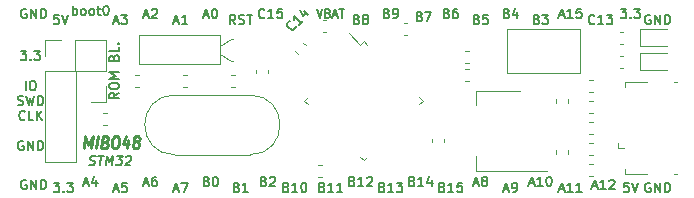
<source format=gto>
G04 #@! TF.GenerationSoftware,KiCad,Pcbnew,(5.0.0)*
G04 #@! TF.CreationDate,2018-10-21T19:09:07+02:00*
G04 #@! TF.ProjectId,mibo48_stm32,6D69626F34385F73746D33322E6B6963,rev?*
G04 #@! TF.SameCoordinates,PX7a53eb0PY5ad6650*
G04 #@! TF.FileFunction,Legend,Top*
G04 #@! TF.FilePolarity,Positive*
%FSLAX46Y46*%
G04 Gerber Fmt 4.6, Leading zero omitted, Abs format (unit mm)*
G04 Created by KiCad (PCBNEW (5.0.0)) date 10/21/18 19:09:07*
%MOMM*%
%LPD*%
G01*
G04 APERTURE LIST*
%ADD10C,0.200000*%
%ADD11C,0.225000*%
%ADD12C,0.175000*%
%ADD13C,0.120000*%
G04 APERTURE END LIST*
D10*
X6230392Y-15563809D02*
X6339916Y-15601904D01*
X6530392Y-15601904D01*
X6611345Y-15563809D01*
X6654202Y-15525714D01*
X6701821Y-15449523D01*
X6711345Y-15373333D01*
X6682773Y-15297142D01*
X6649440Y-15259047D01*
X6578011Y-15220952D01*
X6430392Y-15182857D01*
X6358964Y-15144761D01*
X6325630Y-15106666D01*
X6297059Y-15030476D01*
X6306583Y-14954285D01*
X6354202Y-14878095D01*
X6397059Y-14840000D01*
X6478011Y-14801904D01*
X6668488Y-14801904D01*
X6778011Y-14840000D01*
X7011345Y-14801904D02*
X7468488Y-14801904D01*
X7139916Y-15601904D02*
X7239916Y-14801904D01*
X7635154Y-15601904D02*
X7735154Y-14801904D01*
X7930392Y-15373333D01*
X8268488Y-14801904D01*
X8168488Y-15601904D01*
X8573250Y-14801904D02*
X9068488Y-14801904D01*
X8763726Y-15106666D01*
X8878011Y-15106666D01*
X8949440Y-15144761D01*
X8982773Y-15182857D01*
X9011345Y-15259047D01*
X8987535Y-15449523D01*
X8939916Y-15525714D01*
X8897059Y-15563809D01*
X8816107Y-15601904D01*
X8587535Y-15601904D01*
X8516107Y-15563809D01*
X8482773Y-15525714D01*
X9363726Y-14878095D02*
X9406583Y-14840000D01*
X9487535Y-14801904D01*
X9678011Y-14801904D01*
X9749440Y-14840000D01*
X9782773Y-14878095D01*
X9811345Y-14954285D01*
X9801821Y-15030476D01*
X9749440Y-15144761D01*
X9235154Y-15601904D01*
X9730392Y-15601904D01*
D11*
X5792563Y-14168380D02*
X5917563Y-13168380D01*
X6128278Y-13882666D01*
X6517563Y-13168380D01*
X6392563Y-14168380D01*
X6821135Y-14168380D02*
X6946135Y-13168380D01*
X7615183Y-13644571D02*
X7737802Y-13692190D01*
X7774706Y-13739809D01*
X7805659Y-13835047D01*
X7787802Y-13977904D01*
X7733040Y-14073142D01*
X7684230Y-14120761D01*
X7592563Y-14168380D01*
X7249706Y-14168380D01*
X7374706Y-13168380D01*
X7674706Y-13168380D01*
X7754468Y-13216000D01*
X7791373Y-13263619D01*
X7822325Y-13358857D01*
X7810421Y-13454095D01*
X7755659Y-13549333D01*
X7706849Y-13596952D01*
X7615183Y-13644571D01*
X7315183Y-13644571D01*
X8446135Y-13168380D02*
X8617563Y-13168380D01*
X8697325Y-13216000D01*
X8771135Y-13311238D01*
X8790183Y-13501714D01*
X8748516Y-13835047D01*
X8681849Y-14025523D01*
X8584230Y-14120761D01*
X8492563Y-14168380D01*
X8321135Y-14168380D01*
X8241373Y-14120761D01*
X8167563Y-14025523D01*
X8148516Y-13835047D01*
X8190183Y-13501714D01*
X8256849Y-13311238D01*
X8354468Y-13216000D01*
X8446135Y-13168380D01*
X9561611Y-13501714D02*
X9478278Y-14168380D01*
X9394944Y-13120761D02*
X9091373Y-13835047D01*
X9648516Y-13835047D01*
X10149706Y-13596952D02*
X10069944Y-13549333D01*
X10033040Y-13501714D01*
X10002087Y-13406476D01*
X10008040Y-13358857D01*
X10062802Y-13263619D01*
X10111611Y-13216000D01*
X10203278Y-13168380D01*
X10374706Y-13168380D01*
X10454468Y-13216000D01*
X10491373Y-13263619D01*
X10522325Y-13358857D01*
X10516373Y-13406476D01*
X10461611Y-13501714D01*
X10412802Y-13549333D01*
X10321135Y-13596952D01*
X10149706Y-13596952D01*
X10058040Y-13644571D01*
X10009230Y-13692190D01*
X9954468Y-13787428D01*
X9930659Y-13977904D01*
X9961611Y-14073142D01*
X9998516Y-14120761D01*
X10078278Y-14168380D01*
X10249706Y-14168380D01*
X10341373Y-14120761D01*
X10390183Y-14073142D01*
X10444944Y-13977904D01*
X10468754Y-13787428D01*
X10437802Y-13692190D01*
X10400897Y-13644571D01*
X10321135Y-13596952D01*
D10*
X184285Y-10483809D02*
X298571Y-10521904D01*
X489047Y-10521904D01*
X565238Y-10483809D01*
X603333Y-10445714D01*
X641428Y-10369523D01*
X641428Y-10293333D01*
X603333Y-10217142D01*
X565238Y-10179047D01*
X489047Y-10140952D01*
X336666Y-10102857D01*
X260476Y-10064761D01*
X222380Y-10026666D01*
X184285Y-9950476D01*
X184285Y-9874285D01*
X222380Y-9798095D01*
X260476Y-9760000D01*
X336666Y-9721904D01*
X527142Y-9721904D01*
X641428Y-9760000D01*
X908095Y-9721904D02*
X1098571Y-10521904D01*
X1250952Y-9950476D01*
X1403333Y-10521904D01*
X1593809Y-9721904D01*
X1898571Y-10521904D02*
X1898571Y-9721904D01*
X2089047Y-9721904D01*
X2203333Y-9760000D01*
X2279523Y-9836190D01*
X2317619Y-9912380D01*
X2355714Y-10064761D01*
X2355714Y-10179047D01*
X2317619Y-10331428D01*
X2279523Y-10407619D01*
X2203333Y-10483809D01*
X2089047Y-10521904D01*
X1898571Y-10521904D01*
X850952Y-9251904D02*
X850952Y-8451904D01*
X1384285Y-8451904D02*
X1536666Y-8451904D01*
X1612857Y-8490000D01*
X1689047Y-8566190D01*
X1727142Y-8718571D01*
X1727142Y-8985238D01*
X1689047Y-9137619D01*
X1612857Y-9213809D01*
X1536666Y-9251904D01*
X1384285Y-9251904D01*
X1308095Y-9213809D01*
X1231904Y-9137619D01*
X1193809Y-8985238D01*
X1193809Y-8718571D01*
X1231904Y-8566190D01*
X1308095Y-8490000D01*
X1384285Y-8451904D01*
X793809Y-11715714D02*
X755714Y-11753809D01*
X641428Y-11791904D01*
X565238Y-11791904D01*
X450952Y-11753809D01*
X374761Y-11677619D01*
X336666Y-11601428D01*
X298571Y-11449047D01*
X298571Y-11334761D01*
X336666Y-11182380D01*
X374761Y-11106190D01*
X450952Y-11030000D01*
X565238Y-10991904D01*
X641428Y-10991904D01*
X755714Y-11030000D01*
X793809Y-11068095D01*
X1517619Y-11791904D02*
X1136666Y-11791904D01*
X1136666Y-10991904D01*
X1784285Y-11791904D02*
X1784285Y-10991904D01*
X2241428Y-11791904D02*
X1898571Y-11334761D01*
X2241428Y-10991904D02*
X1784285Y-11449047D01*
X660476Y-13570000D02*
X584285Y-13531904D01*
X470000Y-13531904D01*
X355714Y-13570000D01*
X279523Y-13646190D01*
X241428Y-13722380D01*
X203333Y-13874761D01*
X203333Y-13989047D01*
X241428Y-14141428D01*
X279523Y-14217619D01*
X355714Y-14293809D01*
X470000Y-14331904D01*
X546190Y-14331904D01*
X660476Y-14293809D01*
X698571Y-14255714D01*
X698571Y-13989047D01*
X546190Y-13989047D01*
X1041428Y-14331904D02*
X1041428Y-13531904D01*
X1498571Y-14331904D01*
X1498571Y-13531904D01*
X1879523Y-14331904D02*
X1879523Y-13531904D01*
X2070000Y-13531904D01*
X2184285Y-13570000D01*
X2260476Y-13646190D01*
X2298571Y-13722380D01*
X2336666Y-13874761D01*
X2336666Y-13989047D01*
X2298571Y-14141428D01*
X2260476Y-14217619D01*
X2184285Y-14293809D01*
X2070000Y-14331904D01*
X1879523Y-14331904D01*
X431904Y-5911904D02*
X927142Y-5911904D01*
X660476Y-6216666D01*
X774761Y-6216666D01*
X850952Y-6254761D01*
X889047Y-6292857D01*
X927142Y-6369047D01*
X927142Y-6559523D01*
X889047Y-6635714D01*
X850952Y-6673809D01*
X774761Y-6711904D01*
X546190Y-6711904D01*
X470000Y-6673809D01*
X431904Y-6635714D01*
X1270000Y-6635714D02*
X1308095Y-6673809D01*
X1270000Y-6711904D01*
X1231904Y-6673809D01*
X1270000Y-6635714D01*
X1270000Y-6711904D01*
X1574761Y-5911904D02*
X2070000Y-5911904D01*
X1803333Y-6216666D01*
X1917619Y-6216666D01*
X1993809Y-6254761D01*
X2031904Y-6292857D01*
X2070000Y-6369047D01*
X2070000Y-6559523D01*
X2031904Y-6635714D01*
X1993809Y-6673809D01*
X1917619Y-6711904D01*
X1689047Y-6711904D01*
X1612857Y-6673809D01*
X1574761Y-6635714D01*
X8743904Y-9467619D02*
X8362952Y-9734285D01*
X8743904Y-9924761D02*
X7943904Y-9924761D01*
X7943904Y-9620000D01*
X7982000Y-9543809D01*
X8020095Y-9505714D01*
X8096285Y-9467619D01*
X8210571Y-9467619D01*
X8286761Y-9505714D01*
X8324857Y-9543809D01*
X8362952Y-9620000D01*
X8362952Y-9924761D01*
X7943904Y-8972380D02*
X7943904Y-8820000D01*
X7982000Y-8743809D01*
X8058190Y-8667619D01*
X8210571Y-8629523D01*
X8477238Y-8629523D01*
X8629619Y-8667619D01*
X8705809Y-8743809D01*
X8743904Y-8820000D01*
X8743904Y-8972380D01*
X8705809Y-9048571D01*
X8629619Y-9124761D01*
X8477238Y-9162857D01*
X8210571Y-9162857D01*
X8058190Y-9124761D01*
X7982000Y-9048571D01*
X7943904Y-8972380D01*
X8743904Y-8286666D02*
X7943904Y-8286666D01*
X8515333Y-8020000D01*
X7943904Y-7753333D01*
X8743904Y-7753333D01*
X8324857Y-6496190D02*
X8362952Y-6381904D01*
X8401047Y-6343809D01*
X8477238Y-6305714D01*
X8591523Y-6305714D01*
X8667714Y-6343809D01*
X8705809Y-6381904D01*
X8743904Y-6458095D01*
X8743904Y-6762857D01*
X7943904Y-6762857D01*
X7943904Y-6496190D01*
X7982000Y-6420000D01*
X8020095Y-6381904D01*
X8096285Y-6343809D01*
X8172476Y-6343809D01*
X8248666Y-6381904D01*
X8286761Y-6420000D01*
X8324857Y-6496190D01*
X8324857Y-6762857D01*
X8743904Y-5581904D02*
X8743904Y-5962857D01*
X7943904Y-5962857D01*
X8667714Y-5315238D02*
X8705809Y-5277142D01*
X8743904Y-5315238D01*
X8705809Y-5353333D01*
X8667714Y-5315238D01*
X8743904Y-5315238D01*
X51917619Y-17087904D02*
X51536666Y-17087904D01*
X51498571Y-17468857D01*
X51536666Y-17430761D01*
X51612857Y-17392666D01*
X51803333Y-17392666D01*
X51879523Y-17430761D01*
X51917619Y-17468857D01*
X51955714Y-17545047D01*
X51955714Y-17735523D01*
X51917619Y-17811714D01*
X51879523Y-17849809D01*
X51803333Y-17887904D01*
X51612857Y-17887904D01*
X51536666Y-17849809D01*
X51498571Y-17811714D01*
X52184285Y-17087904D02*
X52450952Y-17887904D01*
X52717619Y-17087904D01*
X48831619Y-17405333D02*
X49212571Y-17405333D01*
X48755428Y-17633904D02*
X49022095Y-16833904D01*
X49288761Y-17633904D01*
X49974476Y-17633904D02*
X49517333Y-17633904D01*
X49745904Y-17633904D02*
X49745904Y-16833904D01*
X49669714Y-16948190D01*
X49593523Y-17024380D01*
X49517333Y-17062476D01*
X50279238Y-16910095D02*
X50317333Y-16872000D01*
X50393523Y-16833904D01*
X50584000Y-16833904D01*
X50660190Y-16872000D01*
X50698285Y-16910095D01*
X50736380Y-16986285D01*
X50736380Y-17062476D01*
X50698285Y-17176761D01*
X50241142Y-17633904D01*
X50736380Y-17633904D01*
X46037619Y-17659333D02*
X46418571Y-17659333D01*
X45961428Y-17887904D02*
X46228095Y-17087904D01*
X46494761Y-17887904D01*
X47180476Y-17887904D02*
X46723333Y-17887904D01*
X46951904Y-17887904D02*
X46951904Y-17087904D01*
X46875714Y-17202190D01*
X46799523Y-17278380D01*
X46723333Y-17316476D01*
X47942380Y-17887904D02*
X47485238Y-17887904D01*
X47713809Y-17887904D02*
X47713809Y-17087904D01*
X47637619Y-17202190D01*
X47561428Y-17278380D01*
X47485238Y-17316476D01*
X43497619Y-17151333D02*
X43878571Y-17151333D01*
X43421428Y-17379904D02*
X43688095Y-16579904D01*
X43954761Y-17379904D01*
X44640476Y-17379904D02*
X44183333Y-17379904D01*
X44411904Y-17379904D02*
X44411904Y-16579904D01*
X44335714Y-16694190D01*
X44259523Y-16770380D01*
X44183333Y-16808476D01*
X45135714Y-16579904D02*
X45211904Y-16579904D01*
X45288095Y-16618000D01*
X45326190Y-16656095D01*
X45364285Y-16732285D01*
X45402380Y-16884666D01*
X45402380Y-17075142D01*
X45364285Y-17227523D01*
X45326190Y-17303714D01*
X45288095Y-17341809D01*
X45211904Y-17379904D01*
X45135714Y-17379904D01*
X45059523Y-17341809D01*
X45021428Y-17303714D01*
X44983333Y-17227523D01*
X44945238Y-17075142D01*
X44945238Y-16884666D01*
X44983333Y-16732285D01*
X45021428Y-16656095D01*
X45059523Y-16618000D01*
X45135714Y-16579904D01*
X41338571Y-17659333D02*
X41719523Y-17659333D01*
X41262380Y-17887904D02*
X41529047Y-17087904D01*
X41795714Y-17887904D01*
X42100476Y-17887904D02*
X42252857Y-17887904D01*
X42329047Y-17849809D01*
X42367142Y-17811714D01*
X42443333Y-17697428D01*
X42481428Y-17545047D01*
X42481428Y-17240285D01*
X42443333Y-17164095D01*
X42405238Y-17126000D01*
X42329047Y-17087904D01*
X42176666Y-17087904D01*
X42100476Y-17126000D01*
X42062380Y-17164095D01*
X42024285Y-17240285D01*
X42024285Y-17430761D01*
X42062380Y-17506952D01*
X42100476Y-17545047D01*
X42176666Y-17583142D01*
X42329047Y-17583142D01*
X42405238Y-17545047D01*
X42443333Y-17506952D01*
X42481428Y-17430761D01*
X38798571Y-17151333D02*
X39179523Y-17151333D01*
X38722380Y-17379904D02*
X38989047Y-16579904D01*
X39255714Y-17379904D01*
X39636666Y-16922761D02*
X39560476Y-16884666D01*
X39522380Y-16846571D01*
X39484285Y-16770380D01*
X39484285Y-16732285D01*
X39522380Y-16656095D01*
X39560476Y-16618000D01*
X39636666Y-16579904D01*
X39789047Y-16579904D01*
X39865238Y-16618000D01*
X39903333Y-16656095D01*
X39941428Y-16732285D01*
X39941428Y-16770380D01*
X39903333Y-16846571D01*
X39865238Y-16884666D01*
X39789047Y-16922761D01*
X39636666Y-16922761D01*
X39560476Y-16960857D01*
X39522380Y-16998952D01*
X39484285Y-17075142D01*
X39484285Y-17227523D01*
X39522380Y-17303714D01*
X39560476Y-17341809D01*
X39636666Y-17379904D01*
X39789047Y-17379904D01*
X39865238Y-17341809D01*
X39903333Y-17303714D01*
X39941428Y-17227523D01*
X39941428Y-17075142D01*
X39903333Y-16998952D01*
X39865238Y-16960857D01*
X39789047Y-16922761D01*
X36125238Y-17468857D02*
X36239523Y-17506952D01*
X36277619Y-17545047D01*
X36315714Y-17621238D01*
X36315714Y-17735523D01*
X36277619Y-17811714D01*
X36239523Y-17849809D01*
X36163333Y-17887904D01*
X35858571Y-17887904D01*
X35858571Y-17087904D01*
X36125238Y-17087904D01*
X36201428Y-17126000D01*
X36239523Y-17164095D01*
X36277619Y-17240285D01*
X36277619Y-17316476D01*
X36239523Y-17392666D01*
X36201428Y-17430761D01*
X36125238Y-17468857D01*
X35858571Y-17468857D01*
X37077619Y-17887904D02*
X36620476Y-17887904D01*
X36849047Y-17887904D02*
X36849047Y-17087904D01*
X36772857Y-17202190D01*
X36696666Y-17278380D01*
X36620476Y-17316476D01*
X37801428Y-17087904D02*
X37420476Y-17087904D01*
X37382380Y-17468857D01*
X37420476Y-17430761D01*
X37496666Y-17392666D01*
X37687142Y-17392666D01*
X37763333Y-17430761D01*
X37801428Y-17468857D01*
X37839523Y-17545047D01*
X37839523Y-17735523D01*
X37801428Y-17811714D01*
X37763333Y-17849809D01*
X37687142Y-17887904D01*
X37496666Y-17887904D01*
X37420476Y-17849809D01*
X37382380Y-17811714D01*
X33585238Y-16960857D02*
X33699523Y-16998952D01*
X33737619Y-17037047D01*
X33775714Y-17113238D01*
X33775714Y-17227523D01*
X33737619Y-17303714D01*
X33699523Y-17341809D01*
X33623333Y-17379904D01*
X33318571Y-17379904D01*
X33318571Y-16579904D01*
X33585238Y-16579904D01*
X33661428Y-16618000D01*
X33699523Y-16656095D01*
X33737619Y-16732285D01*
X33737619Y-16808476D01*
X33699523Y-16884666D01*
X33661428Y-16922761D01*
X33585238Y-16960857D01*
X33318571Y-16960857D01*
X34537619Y-17379904D02*
X34080476Y-17379904D01*
X34309047Y-17379904D02*
X34309047Y-16579904D01*
X34232857Y-16694190D01*
X34156666Y-16770380D01*
X34080476Y-16808476D01*
X35223333Y-16846571D02*
X35223333Y-17379904D01*
X35032857Y-16541809D02*
X34842380Y-17113238D01*
X35337619Y-17113238D01*
X31045238Y-17468857D02*
X31159523Y-17506952D01*
X31197619Y-17545047D01*
X31235714Y-17621238D01*
X31235714Y-17735523D01*
X31197619Y-17811714D01*
X31159523Y-17849809D01*
X31083333Y-17887904D01*
X30778571Y-17887904D01*
X30778571Y-17087904D01*
X31045238Y-17087904D01*
X31121428Y-17126000D01*
X31159523Y-17164095D01*
X31197619Y-17240285D01*
X31197619Y-17316476D01*
X31159523Y-17392666D01*
X31121428Y-17430761D01*
X31045238Y-17468857D01*
X30778571Y-17468857D01*
X31997619Y-17887904D02*
X31540476Y-17887904D01*
X31769047Y-17887904D02*
X31769047Y-17087904D01*
X31692857Y-17202190D01*
X31616666Y-17278380D01*
X31540476Y-17316476D01*
X32264285Y-17087904D02*
X32759523Y-17087904D01*
X32492857Y-17392666D01*
X32607142Y-17392666D01*
X32683333Y-17430761D01*
X32721428Y-17468857D01*
X32759523Y-17545047D01*
X32759523Y-17735523D01*
X32721428Y-17811714D01*
X32683333Y-17849809D01*
X32607142Y-17887904D01*
X32378571Y-17887904D01*
X32302380Y-17849809D01*
X32264285Y-17811714D01*
X28505238Y-16960857D02*
X28619523Y-16998952D01*
X28657619Y-17037047D01*
X28695714Y-17113238D01*
X28695714Y-17227523D01*
X28657619Y-17303714D01*
X28619523Y-17341809D01*
X28543333Y-17379904D01*
X28238571Y-17379904D01*
X28238571Y-16579904D01*
X28505238Y-16579904D01*
X28581428Y-16618000D01*
X28619523Y-16656095D01*
X28657619Y-16732285D01*
X28657619Y-16808476D01*
X28619523Y-16884666D01*
X28581428Y-16922761D01*
X28505238Y-16960857D01*
X28238571Y-16960857D01*
X29457619Y-17379904D02*
X29000476Y-17379904D01*
X29229047Y-17379904D02*
X29229047Y-16579904D01*
X29152857Y-16694190D01*
X29076666Y-16770380D01*
X29000476Y-16808476D01*
X29762380Y-16656095D02*
X29800476Y-16618000D01*
X29876666Y-16579904D01*
X30067142Y-16579904D01*
X30143333Y-16618000D01*
X30181428Y-16656095D01*
X30219523Y-16732285D01*
X30219523Y-16808476D01*
X30181428Y-16922761D01*
X29724285Y-17379904D01*
X30219523Y-17379904D01*
X25965238Y-17468857D02*
X26079523Y-17506952D01*
X26117619Y-17545047D01*
X26155714Y-17621238D01*
X26155714Y-17735523D01*
X26117619Y-17811714D01*
X26079523Y-17849809D01*
X26003333Y-17887904D01*
X25698571Y-17887904D01*
X25698571Y-17087904D01*
X25965238Y-17087904D01*
X26041428Y-17126000D01*
X26079523Y-17164095D01*
X26117619Y-17240285D01*
X26117619Y-17316476D01*
X26079523Y-17392666D01*
X26041428Y-17430761D01*
X25965238Y-17468857D01*
X25698571Y-17468857D01*
X26917619Y-17887904D02*
X26460476Y-17887904D01*
X26689047Y-17887904D02*
X26689047Y-17087904D01*
X26612857Y-17202190D01*
X26536666Y-17278380D01*
X26460476Y-17316476D01*
X27679523Y-17887904D02*
X27222380Y-17887904D01*
X27450952Y-17887904D02*
X27450952Y-17087904D01*
X27374761Y-17202190D01*
X27298571Y-17278380D01*
X27222380Y-17316476D01*
X22917238Y-17468857D02*
X23031523Y-17506952D01*
X23069619Y-17545047D01*
X23107714Y-17621238D01*
X23107714Y-17735523D01*
X23069619Y-17811714D01*
X23031523Y-17849809D01*
X22955333Y-17887904D01*
X22650571Y-17887904D01*
X22650571Y-17087904D01*
X22917238Y-17087904D01*
X22993428Y-17126000D01*
X23031523Y-17164095D01*
X23069619Y-17240285D01*
X23069619Y-17316476D01*
X23031523Y-17392666D01*
X22993428Y-17430761D01*
X22917238Y-17468857D01*
X22650571Y-17468857D01*
X23869619Y-17887904D02*
X23412476Y-17887904D01*
X23641047Y-17887904D02*
X23641047Y-17087904D01*
X23564857Y-17202190D01*
X23488666Y-17278380D01*
X23412476Y-17316476D01*
X24364857Y-17087904D02*
X24441047Y-17087904D01*
X24517238Y-17126000D01*
X24555333Y-17164095D01*
X24593428Y-17240285D01*
X24631523Y-17392666D01*
X24631523Y-17583142D01*
X24593428Y-17735523D01*
X24555333Y-17811714D01*
X24517238Y-17849809D01*
X24441047Y-17887904D01*
X24364857Y-17887904D01*
X24288666Y-17849809D01*
X24250571Y-17811714D01*
X24212476Y-17735523D01*
X24174380Y-17583142D01*
X24174380Y-17392666D01*
X24212476Y-17240285D01*
X24250571Y-17164095D01*
X24288666Y-17126000D01*
X24364857Y-17087904D01*
X21012190Y-16960857D02*
X21126476Y-16998952D01*
X21164571Y-17037047D01*
X21202666Y-17113238D01*
X21202666Y-17227523D01*
X21164571Y-17303714D01*
X21126476Y-17341809D01*
X21050285Y-17379904D01*
X20745523Y-17379904D01*
X20745523Y-16579904D01*
X21012190Y-16579904D01*
X21088380Y-16618000D01*
X21126476Y-16656095D01*
X21164571Y-16732285D01*
X21164571Y-16808476D01*
X21126476Y-16884666D01*
X21088380Y-16922761D01*
X21012190Y-16960857D01*
X20745523Y-16960857D01*
X21507428Y-16656095D02*
X21545523Y-16618000D01*
X21621714Y-16579904D01*
X21812190Y-16579904D01*
X21888380Y-16618000D01*
X21926476Y-16656095D01*
X21964571Y-16732285D01*
X21964571Y-16808476D01*
X21926476Y-16922761D01*
X21469333Y-17379904D01*
X21964571Y-17379904D01*
X18726190Y-17468857D02*
X18840476Y-17506952D01*
X18878571Y-17545047D01*
X18916666Y-17621238D01*
X18916666Y-17735523D01*
X18878571Y-17811714D01*
X18840476Y-17849809D01*
X18764285Y-17887904D01*
X18459523Y-17887904D01*
X18459523Y-17087904D01*
X18726190Y-17087904D01*
X18802380Y-17126000D01*
X18840476Y-17164095D01*
X18878571Y-17240285D01*
X18878571Y-17316476D01*
X18840476Y-17392666D01*
X18802380Y-17430761D01*
X18726190Y-17468857D01*
X18459523Y-17468857D01*
X19678571Y-17887904D02*
X19221428Y-17887904D01*
X19450000Y-17887904D02*
X19450000Y-17087904D01*
X19373809Y-17202190D01*
X19297619Y-17278380D01*
X19221428Y-17316476D01*
X16186190Y-16960857D02*
X16300476Y-16998952D01*
X16338571Y-17037047D01*
X16376666Y-17113238D01*
X16376666Y-17227523D01*
X16338571Y-17303714D01*
X16300476Y-17341809D01*
X16224285Y-17379904D01*
X15919523Y-17379904D01*
X15919523Y-16579904D01*
X16186190Y-16579904D01*
X16262380Y-16618000D01*
X16300476Y-16656095D01*
X16338571Y-16732285D01*
X16338571Y-16808476D01*
X16300476Y-16884666D01*
X16262380Y-16922761D01*
X16186190Y-16960857D01*
X15919523Y-16960857D01*
X16871904Y-16579904D02*
X16948095Y-16579904D01*
X17024285Y-16618000D01*
X17062380Y-16656095D01*
X17100476Y-16732285D01*
X17138571Y-16884666D01*
X17138571Y-17075142D01*
X17100476Y-17227523D01*
X17062380Y-17303714D01*
X17024285Y-17341809D01*
X16948095Y-17379904D01*
X16871904Y-17379904D01*
X16795714Y-17341809D01*
X16757619Y-17303714D01*
X16719523Y-17227523D01*
X16681428Y-17075142D01*
X16681428Y-16884666D01*
X16719523Y-16732285D01*
X16757619Y-16656095D01*
X16795714Y-16618000D01*
X16871904Y-16579904D01*
X13398571Y-17659333D02*
X13779523Y-17659333D01*
X13322380Y-17887904D02*
X13589047Y-17087904D01*
X13855714Y-17887904D01*
X14046190Y-17087904D02*
X14579523Y-17087904D01*
X14236666Y-17887904D01*
X10858571Y-17151333D02*
X11239523Y-17151333D01*
X10782380Y-17379904D02*
X11049047Y-16579904D01*
X11315714Y-17379904D01*
X11925238Y-16579904D02*
X11772857Y-16579904D01*
X11696666Y-16618000D01*
X11658571Y-16656095D01*
X11582380Y-16770380D01*
X11544285Y-16922761D01*
X11544285Y-17227523D01*
X11582380Y-17303714D01*
X11620476Y-17341809D01*
X11696666Y-17379904D01*
X11849047Y-17379904D01*
X11925238Y-17341809D01*
X11963333Y-17303714D01*
X12001428Y-17227523D01*
X12001428Y-17037047D01*
X11963333Y-16960857D01*
X11925238Y-16922761D01*
X11849047Y-16884666D01*
X11696666Y-16884666D01*
X11620476Y-16922761D01*
X11582380Y-16960857D01*
X11544285Y-17037047D01*
X8318571Y-17659333D02*
X8699523Y-17659333D01*
X8242380Y-17887904D02*
X8509047Y-17087904D01*
X8775714Y-17887904D01*
X9423333Y-17087904D02*
X9042380Y-17087904D01*
X9004285Y-17468857D01*
X9042380Y-17430761D01*
X9118571Y-17392666D01*
X9309047Y-17392666D01*
X9385238Y-17430761D01*
X9423333Y-17468857D01*
X9461428Y-17545047D01*
X9461428Y-17735523D01*
X9423333Y-17811714D01*
X9385238Y-17849809D01*
X9309047Y-17887904D01*
X9118571Y-17887904D01*
X9042380Y-17849809D01*
X9004285Y-17811714D01*
X5778571Y-17151333D02*
X6159523Y-17151333D01*
X5702380Y-17379904D02*
X5969047Y-16579904D01*
X6235714Y-17379904D01*
X6845238Y-16846571D02*
X6845238Y-17379904D01*
X6654761Y-16541809D02*
X6464285Y-17113238D01*
X6959523Y-17113238D01*
X3225904Y-17087904D02*
X3721142Y-17087904D01*
X3454476Y-17392666D01*
X3568761Y-17392666D01*
X3644952Y-17430761D01*
X3683047Y-17468857D01*
X3721142Y-17545047D01*
X3721142Y-17735523D01*
X3683047Y-17811714D01*
X3644952Y-17849809D01*
X3568761Y-17887904D01*
X3340190Y-17887904D01*
X3264000Y-17849809D01*
X3225904Y-17811714D01*
X4064000Y-17811714D02*
X4102095Y-17849809D01*
X4064000Y-17887904D01*
X4025904Y-17849809D01*
X4064000Y-17811714D01*
X4064000Y-17887904D01*
X4368761Y-17087904D02*
X4864000Y-17087904D01*
X4597333Y-17392666D01*
X4711619Y-17392666D01*
X4787809Y-17430761D01*
X4825904Y-17468857D01*
X4864000Y-17545047D01*
X4864000Y-17735523D01*
X4825904Y-17811714D01*
X4787809Y-17849809D01*
X4711619Y-17887904D01*
X4483047Y-17887904D01*
X4406857Y-17849809D01*
X4368761Y-17811714D01*
X51231904Y-2355904D02*
X51727142Y-2355904D01*
X51460476Y-2660666D01*
X51574761Y-2660666D01*
X51650952Y-2698761D01*
X51689047Y-2736857D01*
X51727142Y-2813047D01*
X51727142Y-3003523D01*
X51689047Y-3079714D01*
X51650952Y-3117809D01*
X51574761Y-3155904D01*
X51346190Y-3155904D01*
X51270000Y-3117809D01*
X51231904Y-3079714D01*
X52070000Y-3079714D02*
X52108095Y-3117809D01*
X52070000Y-3155904D01*
X52031904Y-3117809D01*
X52070000Y-3079714D01*
X52070000Y-3155904D01*
X52374761Y-2355904D02*
X52870000Y-2355904D01*
X52603333Y-2660666D01*
X52717619Y-2660666D01*
X52793809Y-2698761D01*
X52831904Y-2736857D01*
X52870000Y-2813047D01*
X52870000Y-3003523D01*
X52831904Y-3079714D01*
X52793809Y-3117809D01*
X52717619Y-3155904D01*
X52489047Y-3155904D01*
X52412857Y-3117809D01*
X52374761Y-3079714D01*
X49015714Y-3587714D02*
X48977619Y-3625809D01*
X48863333Y-3663904D01*
X48787142Y-3663904D01*
X48672857Y-3625809D01*
X48596666Y-3549619D01*
X48558571Y-3473428D01*
X48520476Y-3321047D01*
X48520476Y-3206761D01*
X48558571Y-3054380D01*
X48596666Y-2978190D01*
X48672857Y-2902000D01*
X48787142Y-2863904D01*
X48863333Y-2863904D01*
X48977619Y-2902000D01*
X49015714Y-2940095D01*
X49777619Y-3663904D02*
X49320476Y-3663904D01*
X49549047Y-3663904D02*
X49549047Y-2863904D01*
X49472857Y-2978190D01*
X49396666Y-3054380D01*
X49320476Y-3092476D01*
X50044285Y-2863904D02*
X50539523Y-2863904D01*
X50272857Y-3168666D01*
X50387142Y-3168666D01*
X50463333Y-3206761D01*
X50501428Y-3244857D01*
X50539523Y-3321047D01*
X50539523Y-3511523D01*
X50501428Y-3587714D01*
X50463333Y-3625809D01*
X50387142Y-3663904D01*
X50158571Y-3663904D01*
X50082380Y-3625809D01*
X50044285Y-3587714D01*
X46037619Y-2927333D02*
X46418571Y-2927333D01*
X45961428Y-3155904D02*
X46228095Y-2355904D01*
X46494761Y-3155904D01*
X47180476Y-3155904D02*
X46723333Y-3155904D01*
X46951904Y-3155904D02*
X46951904Y-2355904D01*
X46875714Y-2470190D01*
X46799523Y-2546380D01*
X46723333Y-2584476D01*
X47904285Y-2355904D02*
X47523333Y-2355904D01*
X47485238Y-2736857D01*
X47523333Y-2698761D01*
X47599523Y-2660666D01*
X47790000Y-2660666D01*
X47866190Y-2698761D01*
X47904285Y-2736857D01*
X47942380Y-2813047D01*
X47942380Y-3003523D01*
X47904285Y-3079714D01*
X47866190Y-3117809D01*
X47790000Y-3155904D01*
X47599523Y-3155904D01*
X47523333Y-3117809D01*
X47485238Y-3079714D01*
X44126190Y-3244857D02*
X44240476Y-3282952D01*
X44278571Y-3321047D01*
X44316666Y-3397238D01*
X44316666Y-3511523D01*
X44278571Y-3587714D01*
X44240476Y-3625809D01*
X44164285Y-3663904D01*
X43859523Y-3663904D01*
X43859523Y-2863904D01*
X44126190Y-2863904D01*
X44202380Y-2902000D01*
X44240476Y-2940095D01*
X44278571Y-3016285D01*
X44278571Y-3092476D01*
X44240476Y-3168666D01*
X44202380Y-3206761D01*
X44126190Y-3244857D01*
X43859523Y-3244857D01*
X44583333Y-2863904D02*
X45078571Y-2863904D01*
X44811904Y-3168666D01*
X44926190Y-3168666D01*
X45002380Y-3206761D01*
X45040476Y-3244857D01*
X45078571Y-3321047D01*
X45078571Y-3511523D01*
X45040476Y-3587714D01*
X45002380Y-3625809D01*
X44926190Y-3663904D01*
X44697619Y-3663904D01*
X44621428Y-3625809D01*
X44583333Y-3587714D01*
X41586190Y-2736857D02*
X41700476Y-2774952D01*
X41738571Y-2813047D01*
X41776666Y-2889238D01*
X41776666Y-3003523D01*
X41738571Y-3079714D01*
X41700476Y-3117809D01*
X41624285Y-3155904D01*
X41319523Y-3155904D01*
X41319523Y-2355904D01*
X41586190Y-2355904D01*
X41662380Y-2394000D01*
X41700476Y-2432095D01*
X41738571Y-2508285D01*
X41738571Y-2584476D01*
X41700476Y-2660666D01*
X41662380Y-2698761D01*
X41586190Y-2736857D01*
X41319523Y-2736857D01*
X42462380Y-2622571D02*
X42462380Y-3155904D01*
X42271904Y-2317809D02*
X42081428Y-2889238D01*
X42576666Y-2889238D01*
X39046190Y-3244857D02*
X39160476Y-3282952D01*
X39198571Y-3321047D01*
X39236666Y-3397238D01*
X39236666Y-3511523D01*
X39198571Y-3587714D01*
X39160476Y-3625809D01*
X39084285Y-3663904D01*
X38779523Y-3663904D01*
X38779523Y-2863904D01*
X39046190Y-2863904D01*
X39122380Y-2902000D01*
X39160476Y-2940095D01*
X39198571Y-3016285D01*
X39198571Y-3092476D01*
X39160476Y-3168666D01*
X39122380Y-3206761D01*
X39046190Y-3244857D01*
X38779523Y-3244857D01*
X39960476Y-2863904D02*
X39579523Y-2863904D01*
X39541428Y-3244857D01*
X39579523Y-3206761D01*
X39655714Y-3168666D01*
X39846190Y-3168666D01*
X39922380Y-3206761D01*
X39960476Y-3244857D01*
X39998571Y-3321047D01*
X39998571Y-3511523D01*
X39960476Y-3587714D01*
X39922380Y-3625809D01*
X39846190Y-3663904D01*
X39655714Y-3663904D01*
X39579523Y-3625809D01*
X39541428Y-3587714D01*
X36506190Y-2736857D02*
X36620476Y-2774952D01*
X36658571Y-2813047D01*
X36696666Y-2889238D01*
X36696666Y-3003523D01*
X36658571Y-3079714D01*
X36620476Y-3117809D01*
X36544285Y-3155904D01*
X36239523Y-3155904D01*
X36239523Y-2355904D01*
X36506190Y-2355904D01*
X36582380Y-2394000D01*
X36620476Y-2432095D01*
X36658571Y-2508285D01*
X36658571Y-2584476D01*
X36620476Y-2660666D01*
X36582380Y-2698761D01*
X36506190Y-2736857D01*
X36239523Y-2736857D01*
X37382380Y-2355904D02*
X37230000Y-2355904D01*
X37153809Y-2394000D01*
X37115714Y-2432095D01*
X37039523Y-2546380D01*
X37001428Y-2698761D01*
X37001428Y-3003523D01*
X37039523Y-3079714D01*
X37077619Y-3117809D01*
X37153809Y-3155904D01*
X37306190Y-3155904D01*
X37382380Y-3117809D01*
X37420476Y-3079714D01*
X37458571Y-3003523D01*
X37458571Y-2813047D01*
X37420476Y-2736857D01*
X37382380Y-2698761D01*
X37306190Y-2660666D01*
X37153809Y-2660666D01*
X37077619Y-2698761D01*
X37039523Y-2736857D01*
X37001428Y-2813047D01*
X34220190Y-2990857D02*
X34334476Y-3028952D01*
X34372571Y-3067047D01*
X34410666Y-3143238D01*
X34410666Y-3257523D01*
X34372571Y-3333714D01*
X34334476Y-3371809D01*
X34258285Y-3409904D01*
X33953523Y-3409904D01*
X33953523Y-2609904D01*
X34220190Y-2609904D01*
X34296380Y-2648000D01*
X34334476Y-2686095D01*
X34372571Y-2762285D01*
X34372571Y-2838476D01*
X34334476Y-2914666D01*
X34296380Y-2952761D01*
X34220190Y-2990857D01*
X33953523Y-2990857D01*
X34677333Y-2609904D02*
X35210666Y-2609904D01*
X34867809Y-3409904D01*
X31426190Y-2736857D02*
X31540476Y-2774952D01*
X31578571Y-2813047D01*
X31616666Y-2889238D01*
X31616666Y-3003523D01*
X31578571Y-3079714D01*
X31540476Y-3117809D01*
X31464285Y-3155904D01*
X31159523Y-3155904D01*
X31159523Y-2355904D01*
X31426190Y-2355904D01*
X31502380Y-2394000D01*
X31540476Y-2432095D01*
X31578571Y-2508285D01*
X31578571Y-2584476D01*
X31540476Y-2660666D01*
X31502380Y-2698761D01*
X31426190Y-2736857D01*
X31159523Y-2736857D01*
X31997619Y-3155904D02*
X32150000Y-3155904D01*
X32226190Y-3117809D01*
X32264285Y-3079714D01*
X32340476Y-2965428D01*
X32378571Y-2813047D01*
X32378571Y-2508285D01*
X32340476Y-2432095D01*
X32302380Y-2394000D01*
X32226190Y-2355904D01*
X32073809Y-2355904D01*
X31997619Y-2394000D01*
X31959523Y-2432095D01*
X31921428Y-2508285D01*
X31921428Y-2698761D01*
X31959523Y-2774952D01*
X31997619Y-2813047D01*
X32073809Y-2851142D01*
X32226190Y-2851142D01*
X32302380Y-2813047D01*
X32340476Y-2774952D01*
X32378571Y-2698761D01*
X28886190Y-3244857D02*
X29000476Y-3282952D01*
X29038571Y-3321047D01*
X29076666Y-3397238D01*
X29076666Y-3511523D01*
X29038571Y-3587714D01*
X29000476Y-3625809D01*
X28924285Y-3663904D01*
X28619523Y-3663904D01*
X28619523Y-2863904D01*
X28886190Y-2863904D01*
X28962380Y-2902000D01*
X29000476Y-2940095D01*
X29038571Y-3016285D01*
X29038571Y-3092476D01*
X29000476Y-3168666D01*
X28962380Y-3206761D01*
X28886190Y-3244857D01*
X28619523Y-3244857D01*
X29533809Y-3206761D02*
X29457619Y-3168666D01*
X29419523Y-3130571D01*
X29381428Y-3054380D01*
X29381428Y-3016285D01*
X29419523Y-2940095D01*
X29457619Y-2902000D01*
X29533809Y-2863904D01*
X29686190Y-2863904D01*
X29762380Y-2902000D01*
X29800476Y-2940095D01*
X29838571Y-3016285D01*
X29838571Y-3054380D01*
X29800476Y-3130571D01*
X29762380Y-3168666D01*
X29686190Y-3206761D01*
X29533809Y-3206761D01*
X29457619Y-3244857D01*
X29419523Y-3282952D01*
X29381428Y-3359142D01*
X29381428Y-3511523D01*
X29419523Y-3587714D01*
X29457619Y-3625809D01*
X29533809Y-3663904D01*
X29686190Y-3663904D01*
X29762380Y-3625809D01*
X29800476Y-3587714D01*
X29838571Y-3511523D01*
X29838571Y-3359142D01*
X29800476Y-3282952D01*
X29762380Y-3244857D01*
X29686190Y-3206761D01*
D12*
X25520000Y-2410666D02*
X25753333Y-3110666D01*
X25986666Y-2410666D01*
X26453333Y-2744000D02*
X26553333Y-2777333D01*
X26586666Y-2810666D01*
X26620000Y-2877333D01*
X26620000Y-2977333D01*
X26586666Y-3044000D01*
X26553333Y-3077333D01*
X26486666Y-3110666D01*
X26220000Y-3110666D01*
X26220000Y-2410666D01*
X26453333Y-2410666D01*
X26520000Y-2444000D01*
X26553333Y-2477333D01*
X26586666Y-2544000D01*
X26586666Y-2610666D01*
X26553333Y-2677333D01*
X26520000Y-2710666D01*
X26453333Y-2744000D01*
X26220000Y-2744000D01*
X26886666Y-2910666D02*
X27220000Y-2910666D01*
X26820000Y-3110666D02*
X27053333Y-2410666D01*
X27286666Y-3110666D01*
X27420000Y-2410666D02*
X27820000Y-2410666D01*
X27620000Y-3110666D02*
X27620000Y-2410666D01*
D10*
X23714375Y-3867685D02*
X23714375Y-3921560D01*
X23660500Y-4029309D01*
X23606625Y-4083184D01*
X23498876Y-4137059D01*
X23391126Y-4137059D01*
X23310314Y-4110122D01*
X23175627Y-4029309D01*
X23094815Y-3948497D01*
X23014003Y-3813810D01*
X22987065Y-3732998D01*
X22987065Y-3625248D01*
X23040940Y-3517499D01*
X23094815Y-3463624D01*
X23202564Y-3409749D01*
X23256439Y-3409749D01*
X24306998Y-3382812D02*
X23983749Y-3706061D01*
X24145374Y-3544436D02*
X23579688Y-2978751D01*
X23606625Y-3113438D01*
X23606625Y-3221187D01*
X23579688Y-3302000D01*
X24414748Y-2520815D02*
X24791871Y-2897938D01*
X24064561Y-2440003D02*
X24333935Y-2978751D01*
X24684122Y-2628564D01*
X21075714Y-3079714D02*
X21037619Y-3117809D01*
X20923333Y-3155904D01*
X20847142Y-3155904D01*
X20732857Y-3117809D01*
X20656666Y-3041619D01*
X20618571Y-2965428D01*
X20580476Y-2813047D01*
X20580476Y-2698761D01*
X20618571Y-2546380D01*
X20656666Y-2470190D01*
X20732857Y-2394000D01*
X20847142Y-2355904D01*
X20923333Y-2355904D01*
X21037619Y-2394000D01*
X21075714Y-2432095D01*
X21837619Y-3155904D02*
X21380476Y-3155904D01*
X21609047Y-3155904D02*
X21609047Y-2355904D01*
X21532857Y-2470190D01*
X21456666Y-2546380D01*
X21380476Y-2584476D01*
X22561428Y-2355904D02*
X22180476Y-2355904D01*
X22142380Y-2736857D01*
X22180476Y-2698761D01*
X22256666Y-2660666D01*
X22447142Y-2660666D01*
X22523333Y-2698761D01*
X22561428Y-2736857D01*
X22599523Y-2813047D01*
X22599523Y-3003523D01*
X22561428Y-3079714D01*
X22523333Y-3117809D01*
X22447142Y-3155904D01*
X22256666Y-3155904D01*
X22180476Y-3117809D01*
X22142380Y-3079714D01*
X18611904Y-3663904D02*
X18345238Y-3282952D01*
X18154761Y-3663904D02*
X18154761Y-2863904D01*
X18459523Y-2863904D01*
X18535714Y-2902000D01*
X18573809Y-2940095D01*
X18611904Y-3016285D01*
X18611904Y-3130571D01*
X18573809Y-3206761D01*
X18535714Y-3244857D01*
X18459523Y-3282952D01*
X18154761Y-3282952D01*
X18916666Y-3625809D02*
X19030952Y-3663904D01*
X19221428Y-3663904D01*
X19297619Y-3625809D01*
X19335714Y-3587714D01*
X19373809Y-3511523D01*
X19373809Y-3435333D01*
X19335714Y-3359142D01*
X19297619Y-3321047D01*
X19221428Y-3282952D01*
X19069047Y-3244857D01*
X18992857Y-3206761D01*
X18954761Y-3168666D01*
X18916666Y-3092476D01*
X18916666Y-3016285D01*
X18954761Y-2940095D01*
X18992857Y-2902000D01*
X19069047Y-2863904D01*
X19259523Y-2863904D01*
X19373809Y-2902000D01*
X19602380Y-2863904D02*
X20059523Y-2863904D01*
X19830952Y-3663904D02*
X19830952Y-2863904D01*
X15938571Y-2927333D02*
X16319523Y-2927333D01*
X15862380Y-3155904D02*
X16129047Y-2355904D01*
X16395714Y-3155904D01*
X16814761Y-2355904D02*
X16890952Y-2355904D01*
X16967142Y-2394000D01*
X17005238Y-2432095D01*
X17043333Y-2508285D01*
X17081428Y-2660666D01*
X17081428Y-2851142D01*
X17043333Y-3003523D01*
X17005238Y-3079714D01*
X16967142Y-3117809D01*
X16890952Y-3155904D01*
X16814761Y-3155904D01*
X16738571Y-3117809D01*
X16700476Y-3079714D01*
X16662380Y-3003523D01*
X16624285Y-2851142D01*
X16624285Y-2660666D01*
X16662380Y-2508285D01*
X16700476Y-2432095D01*
X16738571Y-2394000D01*
X16814761Y-2355904D01*
X13398571Y-3435333D02*
X13779523Y-3435333D01*
X13322380Y-3663904D02*
X13589047Y-2863904D01*
X13855714Y-3663904D01*
X14541428Y-3663904D02*
X14084285Y-3663904D01*
X14312857Y-3663904D02*
X14312857Y-2863904D01*
X14236666Y-2978190D01*
X14160476Y-3054380D01*
X14084285Y-3092476D01*
X10858571Y-2927333D02*
X11239523Y-2927333D01*
X10782380Y-3155904D02*
X11049047Y-2355904D01*
X11315714Y-3155904D01*
X11544285Y-2432095D02*
X11582380Y-2394000D01*
X11658571Y-2355904D01*
X11849047Y-2355904D01*
X11925238Y-2394000D01*
X11963333Y-2432095D01*
X12001428Y-2508285D01*
X12001428Y-2584476D01*
X11963333Y-2698761D01*
X11506190Y-3155904D01*
X12001428Y-3155904D01*
X8318571Y-3435333D02*
X8699523Y-3435333D01*
X8242380Y-3663904D02*
X8509047Y-2863904D01*
X8775714Y-3663904D01*
X8966190Y-2863904D02*
X9461428Y-2863904D01*
X9194761Y-3168666D01*
X9309047Y-3168666D01*
X9385238Y-3206761D01*
X9423333Y-3244857D01*
X9461428Y-3321047D01*
X9461428Y-3511523D01*
X9423333Y-3587714D01*
X9385238Y-3625809D01*
X9309047Y-3663904D01*
X9080476Y-3663904D01*
X9004285Y-3625809D01*
X8966190Y-3587714D01*
X4845238Y-2901904D02*
X4845238Y-2101904D01*
X4845238Y-2406666D02*
X4921428Y-2368571D01*
X5073809Y-2368571D01*
X5150000Y-2406666D01*
X5188095Y-2444761D01*
X5226190Y-2520952D01*
X5226190Y-2749523D01*
X5188095Y-2825714D01*
X5150000Y-2863809D01*
X5073809Y-2901904D01*
X4921428Y-2901904D01*
X4845238Y-2863809D01*
X5683333Y-2901904D02*
X5607142Y-2863809D01*
X5569047Y-2825714D01*
X5530952Y-2749523D01*
X5530952Y-2520952D01*
X5569047Y-2444761D01*
X5607142Y-2406666D01*
X5683333Y-2368571D01*
X5797619Y-2368571D01*
X5873809Y-2406666D01*
X5911904Y-2444761D01*
X5950000Y-2520952D01*
X5950000Y-2749523D01*
X5911904Y-2825714D01*
X5873809Y-2863809D01*
X5797619Y-2901904D01*
X5683333Y-2901904D01*
X6407142Y-2901904D02*
X6330952Y-2863809D01*
X6292857Y-2825714D01*
X6254761Y-2749523D01*
X6254761Y-2520952D01*
X6292857Y-2444761D01*
X6330952Y-2406666D01*
X6407142Y-2368571D01*
X6521428Y-2368571D01*
X6597619Y-2406666D01*
X6635714Y-2444761D01*
X6673809Y-2520952D01*
X6673809Y-2749523D01*
X6635714Y-2825714D01*
X6597619Y-2863809D01*
X6521428Y-2901904D01*
X6407142Y-2901904D01*
X6902380Y-2368571D02*
X7207142Y-2368571D01*
X7016666Y-2101904D02*
X7016666Y-2787619D01*
X7054761Y-2863809D01*
X7130952Y-2901904D01*
X7207142Y-2901904D01*
X7626190Y-2101904D02*
X7702380Y-2101904D01*
X7778571Y-2140000D01*
X7816666Y-2178095D01*
X7854761Y-2254285D01*
X7892857Y-2406666D01*
X7892857Y-2597142D01*
X7854761Y-2749523D01*
X7816666Y-2825714D01*
X7778571Y-2863809D01*
X7702380Y-2901904D01*
X7626190Y-2901904D01*
X7550000Y-2863809D01*
X7511904Y-2825714D01*
X7473809Y-2749523D01*
X7435714Y-2597142D01*
X7435714Y-2406666D01*
X7473809Y-2254285D01*
X7511904Y-2178095D01*
X7550000Y-2140000D01*
X7626190Y-2101904D01*
X3657619Y-2863904D02*
X3276666Y-2863904D01*
X3238571Y-3244857D01*
X3276666Y-3206761D01*
X3352857Y-3168666D01*
X3543333Y-3168666D01*
X3619523Y-3206761D01*
X3657619Y-3244857D01*
X3695714Y-3321047D01*
X3695714Y-3511523D01*
X3657619Y-3587714D01*
X3619523Y-3625809D01*
X3543333Y-3663904D01*
X3352857Y-3663904D01*
X3276666Y-3625809D01*
X3238571Y-3587714D01*
X3924285Y-2863904D02*
X4190952Y-3663904D01*
X4457619Y-2863904D01*
X914476Y-16872000D02*
X838285Y-16833904D01*
X724000Y-16833904D01*
X609714Y-16872000D01*
X533523Y-16948190D01*
X495428Y-17024380D01*
X457333Y-17176761D01*
X457333Y-17291047D01*
X495428Y-17443428D01*
X533523Y-17519619D01*
X609714Y-17595809D01*
X724000Y-17633904D01*
X800190Y-17633904D01*
X914476Y-17595809D01*
X952571Y-17557714D01*
X952571Y-17291047D01*
X800190Y-17291047D01*
X1295428Y-17633904D02*
X1295428Y-16833904D01*
X1752571Y-17633904D01*
X1752571Y-16833904D01*
X2133523Y-17633904D02*
X2133523Y-16833904D01*
X2324000Y-16833904D01*
X2438285Y-16872000D01*
X2514476Y-16948190D01*
X2552571Y-17024380D01*
X2590666Y-17176761D01*
X2590666Y-17291047D01*
X2552571Y-17443428D01*
X2514476Y-17519619D01*
X2438285Y-17595809D01*
X2324000Y-17633904D01*
X2133523Y-17633904D01*
X914476Y-2394000D02*
X838285Y-2355904D01*
X724000Y-2355904D01*
X609714Y-2394000D01*
X533523Y-2470190D01*
X495428Y-2546380D01*
X457333Y-2698761D01*
X457333Y-2813047D01*
X495428Y-2965428D01*
X533523Y-3041619D01*
X609714Y-3117809D01*
X724000Y-3155904D01*
X800190Y-3155904D01*
X914476Y-3117809D01*
X952571Y-3079714D01*
X952571Y-2813047D01*
X800190Y-2813047D01*
X1295428Y-3155904D02*
X1295428Y-2355904D01*
X1752571Y-3155904D01*
X1752571Y-2355904D01*
X2133523Y-3155904D02*
X2133523Y-2355904D01*
X2324000Y-2355904D01*
X2438285Y-2394000D01*
X2514476Y-2470190D01*
X2552571Y-2546380D01*
X2590666Y-2698761D01*
X2590666Y-2813047D01*
X2552571Y-2965428D01*
X2514476Y-3041619D01*
X2438285Y-3117809D01*
X2324000Y-3155904D01*
X2133523Y-3155904D01*
X53746476Y-17126000D02*
X53670285Y-17087904D01*
X53556000Y-17087904D01*
X53441714Y-17126000D01*
X53365523Y-17202190D01*
X53327428Y-17278380D01*
X53289333Y-17430761D01*
X53289333Y-17545047D01*
X53327428Y-17697428D01*
X53365523Y-17773619D01*
X53441714Y-17849809D01*
X53556000Y-17887904D01*
X53632190Y-17887904D01*
X53746476Y-17849809D01*
X53784571Y-17811714D01*
X53784571Y-17545047D01*
X53632190Y-17545047D01*
X54127428Y-17887904D02*
X54127428Y-17087904D01*
X54584571Y-17887904D01*
X54584571Y-17087904D01*
X54965523Y-17887904D02*
X54965523Y-17087904D01*
X55156000Y-17087904D01*
X55270285Y-17126000D01*
X55346476Y-17202190D01*
X55384571Y-17278380D01*
X55422666Y-17430761D01*
X55422666Y-17545047D01*
X55384571Y-17697428D01*
X55346476Y-17773619D01*
X55270285Y-17849809D01*
X55156000Y-17887904D01*
X54965523Y-17887904D01*
X53746476Y-2902000D02*
X53670285Y-2863904D01*
X53556000Y-2863904D01*
X53441714Y-2902000D01*
X53365523Y-2978190D01*
X53327428Y-3054380D01*
X53289333Y-3206761D01*
X53289333Y-3321047D01*
X53327428Y-3473428D01*
X53365523Y-3549619D01*
X53441714Y-3625809D01*
X53556000Y-3663904D01*
X53632190Y-3663904D01*
X53746476Y-3625809D01*
X53784571Y-3587714D01*
X53784571Y-3321047D01*
X53632190Y-3321047D01*
X54127428Y-3663904D02*
X54127428Y-2863904D01*
X54584571Y-3663904D01*
X54584571Y-2863904D01*
X54965523Y-3663904D02*
X54965523Y-2863904D01*
X55156000Y-2863904D01*
X55270285Y-2902000D01*
X55346476Y-2978190D01*
X55384571Y-3054380D01*
X55422666Y-3206761D01*
X55422666Y-3321047D01*
X55384571Y-3473428D01*
X55346476Y-3549619D01*
X55270285Y-3625809D01*
X55156000Y-3663904D01*
X54965523Y-3663904D01*
D13*
G04 #@! TO.C,R1*
X7431720Y-11174000D02*
X7757278Y-11174000D01*
X7431720Y-12194000D02*
X7757278Y-12194000D01*
G04 #@! TO.C,SW1*
X41644000Y-4119000D02*
X47764000Y-4119000D01*
X47764000Y-4119000D02*
X47764000Y-7819000D01*
X47764000Y-7819000D02*
X41644000Y-7819000D01*
X41644000Y-7819000D02*
X41644000Y-4119000D01*
G04 #@! TO.C,U1*
X34498600Y-10160000D02*
X34201615Y-10456985D01*
X29464000Y-15194600D02*
X29760985Y-14897615D01*
X24429400Y-10160000D02*
X24726385Y-9863015D01*
X29464000Y-5125400D02*
X29760985Y-5422385D01*
X29464000Y-15194600D02*
X29167015Y-14897615D01*
X34498600Y-10160000D02*
X34201615Y-9863015D01*
X29167015Y-5422385D02*
X28191208Y-4446577D01*
X29464000Y-5125400D02*
X29167015Y-5422385D01*
X24429400Y-10160000D02*
X24726385Y-10456985D01*
G04 #@! TO.C,C4*
X24605727Y-5469478D02*
X24375522Y-5239273D01*
X23884478Y-6190727D02*
X23654273Y-5960522D01*
G04 #@! TO.C,C5*
X32857221Y-4574000D02*
X33182779Y-4574000D01*
X32857221Y-3554000D02*
X33182779Y-3554000D01*
G04 #@! TO.C,C1*
X10449779Y-7999000D02*
X10124221Y-7999000D01*
X10449779Y-9019000D02*
X10124221Y-9019000D01*
G04 #@! TO.C,C2*
X14513779Y-9019000D02*
X14188221Y-9019000D01*
X14513779Y-7999000D02*
X14188221Y-7999000D01*
G04 #@! TO.C,C3*
X38389779Y-6987000D02*
X38064221Y-6987000D01*
X38389779Y-5967000D02*
X38064221Y-5967000D01*
G04 #@! TO.C,C6*
X36260500Y-13362721D02*
X36260500Y-13688279D01*
X35240500Y-13362721D02*
X35240500Y-13688279D01*
G04 #@! TO.C,C7*
X25943779Y-16639000D02*
X25618221Y-16639000D01*
X25943779Y-15619000D02*
X25618221Y-15619000D01*
G04 #@! TO.C,C8*
X46738000Y-10322779D02*
X46738000Y-9997221D01*
X45718000Y-10322779D02*
X45718000Y-9997221D01*
G04 #@! TO.C,C9*
X21401500Y-7520721D02*
X21401500Y-7846279D01*
X20381500Y-7520721D02*
X20381500Y-7846279D01*
G04 #@! TO.C,C10*
X18252221Y-9019000D02*
X18577779Y-9019000D01*
X18252221Y-7999000D02*
X18577779Y-7999000D01*
G04 #@! TO.C,C11*
X46738000Y-14315221D02*
X46738000Y-14640779D01*
X45718000Y-14315221D02*
X45718000Y-14640779D01*
G04 #@! TO.C,J4*
X51577500Y-16346000D02*
X51577500Y-15896000D01*
X53427500Y-16346000D02*
X51577500Y-16346000D01*
X55977500Y-8546000D02*
X55727500Y-8546000D01*
X55977500Y-16346000D02*
X55727500Y-16346000D01*
X53427500Y-8546000D02*
X51577500Y-8546000D01*
X51577500Y-8546000D02*
X51577500Y-8996000D01*
X51027500Y-14146000D02*
X51027500Y-13696000D01*
X51027500Y-14146000D02*
X51477500Y-14146000D01*
G04 #@! TO.C,J5*
X2480000Y-15300000D02*
X5140000Y-15300000D01*
X2480000Y-7620000D02*
X2480000Y-15300000D01*
X5140000Y-7620000D02*
X5140000Y-15300000D01*
X2480000Y-7620000D02*
X5140000Y-7620000D01*
X2480000Y-6350000D02*
X2480000Y-5020000D01*
X2480000Y-5020000D02*
X3810000Y-5020000D01*
G04 #@! TO.C,R2*
X38389779Y-7491000D02*
X38064221Y-7491000D01*
X38389779Y-8511000D02*
X38064221Y-8511000D01*
G04 #@! TO.C,R3*
X51145221Y-5336000D02*
X51470779Y-5336000D01*
X51145221Y-4316000D02*
X51470779Y-4316000D01*
G04 #@! TO.C,R4*
X26324779Y-4320000D02*
X25999221Y-4320000D01*
X26324779Y-3300000D02*
X25999221Y-3300000D01*
G04 #@! TO.C,R5*
X48867279Y-9400000D02*
X48541721Y-9400000D01*
X48867279Y-8380000D02*
X48541721Y-8380000D01*
G04 #@! TO.C,R6*
X48541721Y-11178000D02*
X48867279Y-11178000D01*
X48541721Y-10158000D02*
X48867279Y-10158000D01*
G04 #@! TO.C,R7*
X48867279Y-12956000D02*
X48541721Y-12956000D01*
X48867279Y-11936000D02*
X48541721Y-11936000D01*
G04 #@! TO.C,R8*
X48541721Y-13714000D02*
X48867279Y-13714000D01*
X48541721Y-14734000D02*
X48867279Y-14734000D01*
G04 #@! TO.C,R9*
X48541721Y-16512000D02*
X48867279Y-16512000D01*
X48541721Y-15492000D02*
X48867279Y-15492000D01*
G04 #@! TO.C,R10*
X51145221Y-7368000D02*
X51470779Y-7368000D01*
X51145221Y-6348000D02*
X51470779Y-6348000D01*
G04 #@! TO.C,U2*
X38984000Y-9290000D02*
X38984000Y-10550000D01*
X38984000Y-16110000D02*
X38984000Y-14850000D01*
X42744000Y-9290000D02*
X38984000Y-9290000D01*
X44994000Y-16110000D02*
X38984000Y-16110000D01*
G04 #@! TO.C,Y1*
X13464000Y-9667000D02*
X19864000Y-9667000D01*
X13464000Y-14717000D02*
X19864000Y-14717000D01*
X13464000Y-14717000D02*
G75*
G02X13464000Y-9667000I0J2525000D01*
G01*
X19864000Y-14717000D02*
G75*
G03X19864000Y-9667000I0J2525000D01*
G01*
G04 #@! TO.C,Y2*
X17313500Y-4609500D02*
X10413500Y-4609500D01*
X10413500Y-4609500D02*
X10413500Y-7069500D01*
X10413500Y-7069500D02*
X17313500Y-7069500D01*
X17313500Y-7069500D02*
X17313500Y-4609500D01*
X17313500Y-5489500D02*
X18213500Y-4889500D01*
X18213500Y-4889500D02*
X18413500Y-4889500D01*
X17313500Y-6189500D02*
X18213500Y-6789500D01*
X18213500Y-6789500D02*
X18413500Y-6789500D01*
G04 #@! TO.C,J1*
X7680000Y-5020000D02*
X5020000Y-5020000D01*
X7680000Y-7620000D02*
X7680000Y-5020000D01*
X5020000Y-7620000D02*
X5020000Y-5020000D01*
X7680000Y-7620000D02*
X5020000Y-7620000D01*
X7680000Y-8890000D02*
X7680000Y-10220000D01*
X7680000Y-10220000D02*
X6350000Y-10220000D01*
G04 #@! TO.C,D1*
X55156000Y-4091000D02*
X52871000Y-4091000D01*
X52871000Y-4091000D02*
X52871000Y-5561000D01*
X52871000Y-5561000D02*
X55156000Y-5561000D01*
G04 #@! TO.C,D2*
X52871000Y-7593000D02*
X55156000Y-7593000D01*
X52871000Y-6123000D02*
X52871000Y-7593000D01*
X55156000Y-6123000D02*
X52871000Y-6123000D01*
G04 #@! TD*
M02*

</source>
